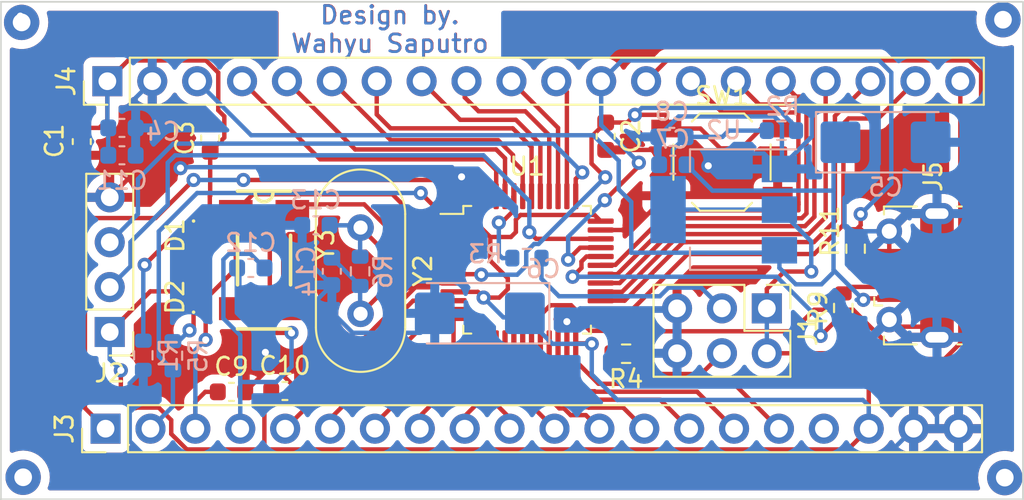
<source format=kicad_pcb>
(kicad_pcb (version 20211014) (generator pcbnew)
  (layers (0 "F.Cu" signal) (31 "B.Cu" signal) (34 "B.Paste" user) (35 "F.Paste" user) (36 "B.SilkS" user "B.Silkscreen") (37 "F.SilkS" user "F.Silkscreen") (38 "B.Mask" user) (39 "F.Mask" user) (44 "Edge.Cuts" user))
  (net 0 "")
  (net 1 "GND")
  (net 2 "/RESET")
  (net 3 "/VCC3V3")
  (net 4 "/5V")
  (net 5 "PC14")
  (net 6 "PC15")
  (net 7 "/OSCIN")
  (net 8 "/OSCOUT")
  (net 9 "Net-(D1-Pad1)")
  (net 10 "Net-(D2-Pad1)")
  (net 11 "Net-(J1-Pad3)")
  (net 12 "Net-(J1-Pad4)")
  (net 13 "/VBAT")
  (net 14 "/PC13")
  (net 15 "/PA0")
  (net 16 "/PA1")
  (net 17 "/PA2")
  (net 18 "/PA3")
  (net 19 "/PA4")
  (net 20 "/PA5")
  (net 21 "/PA6")
  (net 22 "/PA7")
  (net 23 "/PB0")
  (net 24 "/PB1")
  (net 25 "/PB10")
  (net 26 "/PB11")
  (net 27 "/NRST")
  (net 28 "/PB9")
  (net 29 "/PB8")
  (net 30 "/PB7")
  (net 31 "/PB6")
  (net 32 "/PB5")
  (net 33 "/PB4")
  (net 34 "/PB3")
  (net 35 "/PA15")
  (net 36 "/PA12")
  (net 37 "/PA11")
  (net 38 "/PA10")
  (net 39 "/PA9")
  (net 40 "/PA8")
  (net 41 "/PB15")
  (net 42 "/PB14")
  (net 43 "/PB13")
  (net 44 "/PB12")
  (net 45 "Net-(J5-Pad2)")
  (net 46 "Net-(J5-Pad3)")
  (net 47 "/BOOT0")
  (net 48 "/PB2{slash}BOOT1")
  (net 49 "/SWIO")
  (net 50 "/SWCLK")
  (footprint "Crystal:Crystal_HC49-4H_Vertical" (layer "F.Cu") (at 172.4406 99.2124 -90)
    (fp_text reference "Y2")
    (fp_text value "8MHz")
  )
  (footprint "Package_QFP:LQFP-48_7x7mm_P0.5mm" (layer "F.Cu") (at 181.864 101.6)
    (fp_text reference "U1")
    (fp_text value "STM32F103C8Tx")
  )
  (footprint "Capacitor_SMD:C_0603_1608Metric" (layer "F.Cu") (at 156.6672 94.3486 -90)
    (fp_text reference "C1")
    (fp_text value "104,0603")
  )
  (footprint "Capacitor_SMD:C_0603_1608Metric" (layer "F.Cu") (at 168.1604 108.458)
    (fp_text reference "C10")
    (fp_text value "104,0603")
  )
  (footprint "Connector_PinHeader_2.54mm:PinHeader_1x20_P2.54mm_Vertical" (layer "F.Cu") (at 158.115 90.932 90)
    (fp_text reference "J4")
    (fp_text value "Header 20")
  )
  (footprint "Capacitor_SMD:C_0603_1608Metric" (layer "F.Cu") (at 165.1378 108.5088)
    (fp_text reference "C9")
    (fp_text value "20p,0603")
  )
  (footprint "Capacitor_SMD:C_0603_1608Metric" (layer "F.Cu") (at 186.309 94.0438 -90)
    (fp_text reference "C2")
    (fp_text value "105,0603")
  )
  (footprint "Connector_PinHeader_2.54mm:PinHeader_1x20_P2.54mm_Vertical" (layer "F.Cu") (at 158.0134 110.5916 90)
    (fp_text reference "J3")
    (fp_text value "Header 20")
  )
  (footprint "Resistor_SMD:R_0603_1608Metric" (layer "F.Cu") (at 199.7527 103.7618 90)
    (fp_text reference "R9")
    (fp_text value "200R,0603")
  )
  (footprint "Resistor_SMD:R_0603_1608Metric" (layer "F.Cu") (at 187.4652 106.3498 180)
    (fp_text reference "R4")
    (fp_text value "100k,0603")
  )
  (footprint "Capacitor_SMD:C_0603_1608Metric" (layer "F.Cu") (at 163.9316 94.1454 90)
    (fp_text reference "C3")
    (fp_text value "104,0603")
  )
  (footprint "Connector_PinHeader_2.54mm:PinHeader_2x03_P2.54mm_Vertical" (layer "F.Cu") (at 195.4276 103.7844 -90)
    (fp_text reference "J1")
    (fp_text value "Header 3x2")
  )
  (footprint "Resistor_SMD:R_0603_1608Metric" (layer "F.Cu") (at 200.45 100.41 -90)
    (fp_text reference "R11")
    (fp_text value "200R,0603")
  )
  (footprint "Connector_PinHeader_2.54mm:PinHeader_1x04_P2.54mm_Vertical" (layer "F.Cu") (at 158.2482 105.1206 180)
    (fp_text reference "J2")
    (fp_text value "SWD")
  )
  (footprint "MC-306:MC-306" (layer "F.Cu") (at 166.98 101.05 -90)
    (fp_text reference "Y3")
    (fp_text value "32.768K")
  )
  (footprint "Connector_USB:USB_Micro-B_Molex-105017-0001" (layer "F.Cu") (at 203.8167 101.9208 90)
    (fp_text reference "J5")
    (fp_text value "USB_B_Micro")
  )
  (footprint "LED_SMD:LED_0201_0603Metric" (layer "F.Cu") (at 162.9918 99.7024 -90)
    (fp_text reference "D1")
    (fp_text value "LED")
  )
  (footprint "LED_SMD:LED_0201_0603Metric" (layer "F.Cu") (at 162.9918 103.142 90)
    (fp_text reference "D2")
    (fp_text value "LED")
  )
  (footprint "Button_Switch_SMD:SW_SPST_TL3342" (layer "F.Cu") (at 192.89 95.51)
    (fp_text reference "SW1")
    (fp_text value "SW_Push")
  )
  (footprint "Capacitor_SMD:C_0603_1608Metric" (layer "B.Cu") (at 158.9402 93.5736)
    (fp_text reference "C4")
    (fp_text value "104,0603")
  )
  (footprint "Capacitor_SMD:C_0603_1608Metric" (layer "B.Cu") (at 190.106 95.6564 180)
    (fp_text reference "C7")
    (fp_text value "100nF,0603")
  )
  (footprint "Resistor_SMD:R_0603_1608Metric" (layer "B.Cu") (at 160.147 106.4382 90)
    (fp_text reference "R1")
    (fp_text value "510R,0603")
  )
  (footprint "Capacitor_SMD:C_0603_1608Metric" (layer "B.Cu") (at 166.23 101.4984 180)
    (fp_text reference "C12")
    (fp_text value "20p,0603")
  )
  (footprint "Resistor_SMD:R_0603_1608Metric" (layer "B.Cu") (at 196.2536 93.726)
    (fp_text reference "R2")
    (fp_text value "10k,0603")
  )
  (footprint "Resistor_SMD:R_0603_1608Metric" (layer "B.Cu") (at 161.8234 106.4636 90)
    (fp_text reference "R5")
    (fp_text value "510R,0603")
  )
  (footprint "Capacitor_Tantalum_SMD:CP_EIA-6032-15_Kemet-U_Pad2.25x2.35mm_HandSolder" (layer "B.Cu") (at 202.1432 94.3864)
    (fp_text reference "C5")
    (fp_text value "100uF")
  )
  (footprint "Capacitor_SMD:C_0603_1608Metric" (layer "B.Cu") (at 169.913 99.0854 180)
    (fp_text reference "C13")
    (fp_text value "20p,0603")
  )
  (footprint "Resistor_SMD:R_0603_1608Metric" (layer "B.Cu") (at 172.4152 101.6884 -90)
    (fp_text reference "R6")
    (fp_text value "1M")
  )
  (footprint "Capacitor_SMD:C_0603_1608Metric" (layer "B.Cu") (at 170.815 101.6892 -90)
    (fp_text reference "C14")
    (fp_text value "20p,0603")
  )
  (footprint "Capacitor_SMD:C_0603_1608Metric" (layer "B.Cu") (at 158.9402 95.123)
    (fp_text reference "C11")
    (fp_text value "104,0603")
  )
  (footprint "Capacitor_Tantalum_SMD:CP_EIA-6032-15_Kemet-U_Pad2.25x2.35mm_HandSolder" (layer "B.Cu") (at 179.187 104.0638 180)
    (fp_text reference "C6")
    (fp_text value "330uF")
  )
  (footprint "Package_TO_SOT_SMD:SOT-223-3_TabPin2" (layer "B.Cu") (at 192.9892 98.1964 180)
    (fp_text reference "U2")
    (fp_text value "AMS1117-3.3")
  )
  (footprint "Resistor_SMD:R_0603_1608Metric" (layer "B.Cu") (at 181.8518 100.9396 180)
    (fp_text reference "R3")
    (fp_text value "100k,0603")
  )
  (footprint "Capacitor_SMD:C_0603_1608Metric" (layer "B.Cu") (at 190.0552 94.0816 180)
    (fp_text reference "C8")
    (fp_text value "100nF,0603")
  )
  (gr_poly (pts (xy 209.92 114.59) (xy 152.09 114.59) (xy 152.09 86.44) (xy 209.92 86.44)) (layer "Edge.Cuts") (width 0.1) (fill none))
  (gr_text "Design by.\nWahyu Saputro\n" (at 174.11 87.99) (layer "F.Cu") (effects (font (size 1 1))))
  (gr_text "Design by.\nWahyu Saputro\n" (at 174.09 88) (layer "B.Cu") (effects (font (size 1 1))))
  (via (at 153.1874 87.249) (size 0.8) (drill 0.4) (layers "F.Cu" "B.Cu") (net 0))
  (via (at 153.2636 87.6046) (size 2) (drill 1) (layers "F.Cu" "B.Cu") (net 0))
  (via (at 153.35 113.34) (size 2) (drill 1) (layers "F.Cu" "B.Cu") (net 0))
  (via (at 208.788 87.4522) (size 2) (drill 1) (layers "F.Cu" "B.Cu") (net 0))
  (via (at 208.8896 113.3602) (size 2) (drill 1) (layers "F.Cu" "B.Cu") (net 0))
  (segment (start 203.3542 98.4208) (end 202.3542 99.4208) (width 0.25) (layer "F.Cu") (net 1))
  (segment (start 175.779296 102.35) (end 171.855696 106.2736) (width 0.25) (layer "F.Cu") (net 1))
  (segment (start 205.0542 104.8208) (end 202.7542 104.8208) (width 0.25) (layer "F.Cu") (net 1))
  (segment (start 162.687 93.3704) (end 162.687 95.412943) (width 0.25) (layer "F.Cu") (net 1))
  (segment (start 158.2482 97.5006) (end 160.655 95.0938) (width 0.25) (layer "F.Cu") (net 1))
  (segment (start 163.9316 93.3704) (end 162.687 93.3704) (width 0.25) (layer "F.Cu") (net 1))
  (segment (start 186.0265 99.35) (end 187.8 99.35) (width 0.25) (layer "F.Cu") (net 1))
  (segment (start 202.7542 104.8208) (end 202.3542 104.4208) (width 0.25) (layer "F.Cu") (net 1))
  (segment (start 186.309 94.8188) (end 191.212 94.8188) (width 0.25) (layer "F.Cu") (net 1))
  (segment (start 202.3542 101.2708) (end 202.3542 100.6208) (width 0.25) (layer "F.Cu") (net 1))
  (segment (start 167.034289 106.295111) (end 167.0558 106.2736) (width 0.25) (layer "F.Cu") (net 1))
  (segment (start 162.687 95.412943) (end 162.251704 95.848239) (width 0.25) (layer "F.Cu") (net 1))
  (segment (start 167.0558 106.2736) (end 167.0558 107.3658) (width 0.25) (layer "F.Cu") (net 1))
  (segment (start 160.7312 93.3704) (end 160.655 93.4466) (width 0.25) (layer "F.Cu") (net 1))
  (segment (start 156.6672 95.1236) (end 158.0394 95.1236) (width 0.25) (layer "F.Cu") (net 1))
  (segment (start 202.3542 99.4208) (end 201.8247 99.4208) (width 0.25) (layer "F.Cu") (net 1))
  (segment (start 179.614 96.634994) (end 179.321206 96.3422) (width 0.25) (layer "F.Cu") (net 1))
  (segment (start 187.8 99.35) (end 189.74 97.41) (width 0.25) (layer "F.Cu") (net 1))
  (segment (start 168.9354 108.458) (end 167.8432 107.3658) (width 0.25) (layer "F.Cu") (net 1))
  (segment (start 205.0542 98.4208) (end 203.3542 98.4208) (width 0.25) (layer "F.Cu") (net 1))
  (segment (start 201.8247 99.4208) (end 201.7847 99.3808) (width 0.25) (layer "F.Cu") (net 1))
  (segment (start 158.2674 95.3516) (end 158.2482 95.3708) (width 0.25) (layer "F.Cu") (net 1))
  (segment (start 192.113 95.7198) (end 192.113 97.277) (width 0.25) (layer "F.Cu") (net 1))
  (segment (start 177.7015 102.35) (end 175.779296 102.35) (width 0.25) (layer "F.Cu") (net 1))
  (segment (start 167.8432 107.3658) (end 167.0558 107.3658) (width 0.25) (layer "F.Cu") (net 1))
  (segment (start 184.114 105.7625) (end 184.114 104.5358) (width 0.25) (layer "F.Cu") (net 1))
  (segment (start 160.655 93.4466) (end 160.655 90.932) (width 0.25) (layer "F.Cu") (net 1))
  (segment (start 162.687 93.3704) (end 160.7312 93.3704) (width 0.25) (layer "F.Cu") (net 1))
  (segment (start 167.0558 107.3658) (end 165.9128 108.5088) (width 0.25) (layer "F.Cu") (net 1))
  (segment (start 205.0542 98.4208) (end 205.0542 105.4208) (width 0.25) (layer "F.Cu") (net 1))
  (segment (start 179.321206 96.3422) (end 178.1556 96.3422) (width 0.25) (layer "F.Cu") (net 1))
  (segment (start 179.614 97.4375) (end 179.614 96.634994) (width 0.25) (layer "F.Cu") (net 1))
  (segment (start 171.855696 106.2736) (end 167.0558 106.2736) (width 0.25) (layer "F.Cu") (net 1))
  (segment (start 192.113 97.277) (end 192.11 97.28) (width 0.25) (layer "F.Cu") (net 1))
  (segment (start 189.74 97.41) (end 196.04 97.41) (width 0.25) (layer "F.Cu") (net 1))
  (segment (start 202.3542 99.4208) (end 202.3542 100.6208) (width 0.25) (layer "F.Cu") (net 1))
  (segment (start 191.212 94.8188) (end 192.113 95.7198) (width 0.25) (layer "F.Cu") (net 1))
  (segment (start 160.655 95.0938) (end 160.655 93.4466) (width 0.25) (layer "F.Cu") (net 1))
  (segment (start 158.0394 95.1236) (end 158.2674 95.3516) (width 0.25) (layer "F.Cu") (net 1))
  (segment (start 158.2482 95.3708) (end 158.2482 97.5006) (width 0.25) (layer "F.Cu") (net 1))
  (via (at 178.1556 96.3422) (size 0.8) (drill 0.4) (layers "F.Cu" "B.Cu") (net 1))
  (via (at 184.114 104.5358) (size 0.8) (drill 0.4) (layers "F.Cu" "B.Cu") (net 1))
  (via (at 192.113 95.7198) (size 0.8) (drill 0.4) (layers "F.Cu" "B.Cu") (net 1))
  (via (at 162.251704 95.848239) (size 0.8) (drill 0.4) (layers "F.Cu" "B.Cu") (net 1))
  (via (at 167.0558 106.2736) (size 0.8) (drill 0.4) (layers "F.Cu" "B.Cu") (net 1))
  (segment (start 159.7152 91.8718) (end 160.655 90.932) (width 0.25) (layer "B.Cu") (net 1))
  (segment (start 203.7334 110.5916) (end 205.0796 110.5916) (width 0.25) (layer "B.Cu") (net 1))
  (segment (start 205.0542 95.1384) (end 205.0542 98.4208) (width 0.25) (layer "B.Cu") (net 1))
  (segment (start 175.823289 105.166911) (end 171.994311 105.166911) (width 0.25) (layer "B.Cu") (net 1))
  (segment (start 195.845863 92.92648) (end 196.28 93.360617) (width 0.25) (layer "B.Cu") (net 1))
  (segment (start 165.455 102.717) (end 166.497 103.759) (width 0.25) (layer "B.Cu") (net 1))
  (segment (start 162.304444 95.795499) (end 162.251704 95.848239) (width 0.25) (layer "B.Cu") (net 1))
  (segment (start 160.147 107.2632) (end 159.396099 108.014101) (width 0.25) (layer "B.Cu") (net 1))
  (segment (start 189.2802 95.6056) (end 189.331 95.6564) (width 0.25) (layer "B.Cu") (net 1))
  (segment (start 177.608899 95.795499) (end 162.304444 95.795499) (width 0.25) (layer "B.Cu") (net 1))
  (segment (start 156.2354 97.9932) (end 156.2354 107.7722) (width 0.25) (layer "B.Cu") (net 1))
  (segment (start 160.5534 112.4712) (end 159.378889 111.296689) (width 0.25) (layer "B.Cu") (net 1))
  (segment (start 184.114 104.5358) (end 184.8654 103.7844) (width 0.25) (layer "B.Cu") (net 1))
  (segment (start 196.28 95.7556) (end 196.1392 95.8964) (width 0.25) (layer "B.Cu") (net 1))
  (segment (start 159.378889 108.031311) (end 159.396099 108.014101) (width 0.25) (layer "B.Cu") (net 1))
  (segment (start 201.7522 95.6056) (end 199.8218 97.536) (width 0.25) (layer "B.Cu") (net 1))
  (segment (start 201.8538 112.4712) (end 160.5534 112.4712) (width 0.25) (layer "B.Cu") (net 1))
  (segment (start 189.2802 94.0816) (end 189.2802 95.6056) (width 0.25) (layer "B.Cu") (net 1))
  (segment (start 171.994311 105.166911) (end 170.815 103.9876) (width 0.25) (layer "B.Cu") (net 1))
  (segment (start 178.1556 96.3422) (end 177.608899 95.795499) (width 0.25) (layer "B.Cu") (net 1))
  (segment (start 195.2642 95.0214) (end 196.1392 95.8964) (width 0.25) (layer "B.Cu") (net 1))
  (segment (start 156.8196 108.3564) (end 159.2834 108.3564) (width 0.25) (layer "B.Cu") (net 1))
  (segment (start 167.4368 103.378) (end 167.0558 103.759) (width 0.25) (layer "B.Cu") (net 1))
  (segment (start 159.378889 111.296689) (end 159.378889 108.260911) (width 0.25) (layer "B.Cu") (net 1))
  (segment (start 159.2834 108.3564) (end 159.378889 108.260911) (width 0.25) (layer "B.Cu") (net 1))
  (segment (start 192.113 95.7198) (end 192.8114 95.0214) (width 0.25) (layer "B.Cu") (net 1))
  (segment (start 199.8218 99.1616) (end 200.081 99.4208) (width 0.25) (layer "B.Cu") (net 1))
  (segment (start 190.43532 92.92648) (end 195.845863 92.92648) (width 0.25) (layer "B.Cu") (net 1))
  (segment (start 203.7334 109.2962) (end 203.7334 110.5916) (width 0.25) (layer "B.Cu") (net 1))
  (segment (start 202.6158 108.1786) (end 203.7334 109.2962) (width 0.25) (layer "B.Cu") (net 1))
  (segment (start 197.9676 94.068) (end 197.9676 92.837) (width 0.25) (layer "B.Cu") (net 1))
  (segment (start 169.9012 103.378) (end 167.4368 103.378) (width 0.25) (layer "B.Cu") (net 1))
  (segment (start 189.2802 94.0816) (end 190.43532 92.92648) (width 0.25) (layer "B.Cu") (net 1))
  (segment (start 167.0558 103.759) (end 167.0558 106.2736) (width 0.25) (layer "B.Cu") (net 1))
  (segment (start 190.3476 106.3244) (end 190.3476 107.696) (width 0.25) (layer "B.Cu") (net 1))
  (segment (start 176.6978 104.2924) (end 175.823289 105.166911) (width 0.25) (layer "B.Cu") (net 1))
  (segment (start 190.3476 107.696) (end 190.8302 108.1786) (width 0.25) (layer "B.Cu") (net 1))
  (segment (start 201.3204 92.4052) (end 201.7522 92.837) (width 0.25) (layer "B.Cu") (net 1))
  (segment (start 198.3994 92.4052) (end 201.3204 92.4052) (width 0.25) (layer "B.Cu") (net 1))
  (segment (start 159.378889 108.260911) (end 159.378889 108.031311) (width 0.25) (layer "B.Cu") (net 1))
  (segment (start 178.1556 96.3422) (end 176.637 97.8608) (width 0.25) (layer "B.Cu") (net 1))
  (segment (start 190.8302 108.1786) (end 202.6158 108.1786) (width 0.25) (layer "B.Cu") (net 1))
  (segment (start 204.3022 94.3864) (end 205.0542 95.1384) (width 0.25) (layer "B.Cu") (net 1))
  (segment (start 196.28 93.360617) (end 196.28 95.7556) (width 0.25) (layer "B.Cu") (net 1))
  (segment (start 156.728 97.5006) (end 156.2354 97.9932) (width 0.25) (layer "B.Cu") (net 1))
  (segment (start 199.8218 97.536) (end 199.8218 99.1616) (width 0.25) (layer "B.Cu") (net 1))
  (segment (start 158.2482 97.5006) (end 156.728 97.5006) (width 0.25) (layer "B.Cu") (net 1))
  (segment (start 169.138 100.7872) (end 170.815 102.4642) (width 0.25) (layer "B.Cu") (net 1))
  (segment (start 201.7522 92.837) (end 201.7522 95.6056) (width 0.25) (layer "B.Cu") (net 1))
  (segment (start 159.7152 93.5736) (end 159.7152 91.8718) (width 0.25) (layer "B.Cu") (net 1))
  (segment (start 205.0796 110.5916) (end 206.2734 110.5916) (width 0.25) (layer "B.Cu") (net 1))
  (segment (start 170.815 102.4642) (end 169.9012 103.378) (width 0.25) (layer "B.Cu") (net 1))
  (segment (start 190.3476 106.3244) (end 190.3476 103.7844) (width 0.25) (layer "B.Cu") (net 1))
  (segment (start 159.7152 93.5736) (end 159.7152 95.123) (width 0.25) (layer "B.Cu") (net 1))
  (segment (start 205.0542 110.5662) (end 205.0796 110.5916) (width 0.25) (layer "B.Cu") (net 1))
  (segment (start 196.1392 95.8964) (end 197.9676 94.068) (width 0.25) (layer "B.Cu") (net 1))
  (segment (start 205.0542 105.4208) (end 205.0542 110.5662) (width 0.25) (layer "B.Cu") (net 1))
  (segment (start 203.7334 110.5916) (end 201.8538 112.4712) (width 0.25) (layer "B.Cu") (net 1))
  (segment (start 170.815 103.9876) (end 170.815 102.4642) (width 0.25) (layer "B.Cu") (net 1))
  (segment (start 200.081 99.4208) (end 202.3542 99.4208) (width 0.25) (layer "B.Cu") (net 1))
  (segment (start 184.8654 103.7844) (end 190.3476 103.7844) (width 0.25) (layer "B.Cu") (net 1))
  (segment (start 169.138 99.0854) (end 169.138 100.7872) (width 0.25) (layer "B.Cu") (net 1))
  (segment (start 165.455 101.4984) (end 165.455 102.717) (width 0.25) (layer "B.Cu") (net 1))
  (segment (start 192.8114 95.0214) (end 195.2642 95.0214) (width 0.25) (layer "B.Cu") (net 1))
  (segment (start 176.637 97.8608) (end 176.637 104.0638) (width 0.25) (layer "B.Cu") (net 1))
  (segment (start 197.9676 92.837) (end 198.3994 92.4052) (width 0.25) (layer "B.Cu") (net 1))
  (segment (start 156.2354 107.7722) (end 156.8196 108.3564) (width 0.25) (layer "B.Cu") (net 1))
  (segment (start 166.497 103.759) (end 167.0558 103.759) (width 0.25) (layer "B.Cu") (net 1))
  (segment (start 179.2438 101.85) (end 179.2732 101.8794) (width 0.25) (layer "F.Cu") (net 2))
  (segment (start 177.7015 101.85) (end 179.2438 101.85) (width 0.25) (layer "F.Cu") (net 2))
  (segment (start 189.76 93.59) (end 189.76 92.92) (width 0.25) (layer "F.Cu") (net 2))
  (segment (start 185.50948 94.06832) (end 186.309 93.2688) (width 0.25) (layer "F.Cu") (net 2))
  (segment (start 189.672569 92.832569) (end 189.76 92.92) (width 0.25) (layer "F.Cu") (net 2))
  (segment (start 195.11 93.61) (end 196.04 93.61) (width 0.25) (layer "F.Cu") (net 2))
  (segment (start 186.2836 96.3676) (end 185.50948 95.59348) (width 0.25) (layer "F.Cu") (net 2))
  (segment (start 187.5282 93.2688) (end 187.964431 92.832569) (width 0.25) (layer "F.Cu") (net 2))
  (segment (start 192.79 94.73) (end 193.99 94.73) (width 0.25) (layer "F.Cu") (net 2))
  (segment (start 187.964431 92.832569) (end 189.672569 92.832569) (width 0.25) (layer "F.Cu") (net 2))
  (segment (start 189.74 93.61) (end 189.76 93.59) (width 0.25) (layer "F.Cu") (net 2))
  (segment (start 186.2836 96.3676) (end 186.2836 96.4438) (width 0.25) (layer "F.Cu") (net 2))
  (segment (start 186.309 93.2688) (end 187.5282 93.2688) (width 0.25) (layer "F.Cu") (net 2))
  (segment (start 186.309 93.2688) (end 186.5624 93.5222) (width 0.25) (layer "F.Cu") (net 2))
  (segment (start 185.50948 95.59348) (end 185.50948 94.06832) (width 0.25) (layer "F.Cu") (net 2))
  (segment (start 191.67 93.61) (end 192.79 94.73) (width 0.25) (layer "F.Cu") (net 2))
  (segment (start 189.74 93.61) (end 191.67 93.61) (width 0.25) (layer "F.Cu") (net 2))
  (segment (start 193.99 94.73) (end 195.11 93.61) (width 0.25) (layer "F.Cu") (net 2))
  (via (at 186.2836 96.3676) (size 0.8) (drill 0.4) (layers "F.Cu" "B.Cu") (net 2))
  (via (at 179.2732 101.8794) (size 0.8) (drill 0.4) (layers "F.Cu" "B.Cu") (net 2))
  (via (at 187.964431 92.832569) (size 0.8) (drill 0.4) (layers "F.Cu" "B.Cu") (net 2))
  (segment (start 182.51112 100.14008) (end 182.259537 100.14008) (width 0.25) (layer "B.Cu") (net 2))
  (segment (start 187.964431 92.832569) (end 187.8076 92.9894) (width 0.25) (layer "B.Cu") (net 2))
  (segment (start 181.3052 101.8794) (end 179.2732 101.8794) (width 0.25) (layer "B.Cu") (net 2))
  (segment (start 197.0786 93.523513) (end 195.995577 92.44049) (width 0.25) (layer "B.Cu") (net 2))
  (segment (start 181.8132 100.586417) (end 181.8132 101.3714) (width 0.25) (layer "B.Cu") (net 2))
  (segment (start 197.0786 93.726) (end 197.0786 93.523513) (width 0.25) (layer "B.Cu") (net 2))
  (segment (start 195.995577 92.44049) (end 188.35651 92.44049) (width 0.25) (layer "B.Cu") (net 2))
  (segment (start 186.2836 96.3676) (end 182.51112 100.14008) (width 0.25) (layer "B.Cu") (net 2))
  (segment (start 188.35651 92.44049) (end 187.964431 92.832569) (width 0.25) (layer "B.Cu") (net 2))
  (segment (start 182.259537 100.14008) (end 181.8132 100.586417) (width 0.25) (layer "B.Cu") (net 2))
  (segment (start 181.8132 101.3714) (end 181.3052 101.8794) (width 0.25) (layer "B.Cu") (net 2))
  (segment (start 185.4931 105.7625) (end 185.5216 105.791) (width 0.25) (layer "F.Cu") (net 3))
  (segment (start 179.7812 99.7458) (end 179.7812 101.092) (width 0.25) (layer "F.Cu") (net 3))
  (segment (start 181.49019 98.49952) (end 185.67602 98.49952) (width 0.25) (layer "F.Cu") (net 3))
  (segment (start 163.910689 97.438511) (end 163.910689 99.293872) (width 0.25) (layer "F.Cu") (net 3))
  (segment (start 166.998889 111.740711) (end 167.024289 111.766111) (width 0.25) (layer "F.Cu") (net 3))
  (segment (start 164.3888 92.575462) (end 164.3888 90.4494) (width 0.25) (layer "F.Cu") (net 3))
  (segment (start 161.727911 110.887121) (end 161.727911 110.105101) (width 0.25) (layer "F.Cu") (net 3))
  (segment (start 161.02061 109.3978) (end 159.7406 109.3978) (width 0.25) (layer "F.Cu") (net 3))
  (segment (start 180.7718 102.0826) (end 180.7718 102.6922) (width 0.25) (layer "F.Cu") (net 3))
  (segment (start 185.67602 98.49952) (end 186.0265 98.85) (width 0.25) (layer "F.Cu") (net 3))
  (segment (start 179.0754 102.85) (end 179.4002 103.1748) (width 0.25) (layer "F.Cu") (net 3))
  (segment (start 166.998889 109.657911) (end 166.998889 111.740711) (width 0.25) (layer "F.Cu") (net 3))
  (segment (start 196.412 101.7) (end 197.94 101.7) (width 0.25) (layer "F.Cu") (net 3))
  (segment (start 163.696889 89.757489) (end 159.289511 89.757489) (width 0.25) (layer "F.Cu") (net 3))
  (segment (start 159.289511 89.757489) (end 158.115 90.932) (width 0.25) (layer "F.Cu") (net 3))
  (segment (start 201.1934 110.5916) (end 200.018889 111.766111) (width 0.25) (layer "F.Cu") (net 3))
  (segment (start 195.4276 106.3244) (end 200.3298 106.3244) (width 0.25) (layer "F.Cu") (net 3))
  (segment (start 164.3888 90.4494) (end 163.696889 89.757489) (width 0.25) (layer "F.Cu") (net 3))
  (segment (start 180.2892 103.1748) (end 179.4002 103.1748) (width 0.25) (layer "F.Cu") (net 3))
  (segment (start 167.024289 111.766111) (end 162.606901 111.766111) (width 0.25) (layer "F.Cu") (net 3))
  (segment (start 158.115 90.932) (end 158.115 93.1164) (width 0.25) (layer "F.Cu") (net 3))
  (segment (start 179.114 97.4375) (end 179.114 99.0786) (width 0.25) (layer "F.Cu") (net 3))
  (segment (start 195.4276 103.7844) (end 195.4276 102.6844) (width 0.25) (layer "F.Cu") (net 3))
  (segment (start 201.1934 107.188) (end 201.1934 110.5916) (width 0.25) (layer "F.Cu") (net 3))
  (segment (start 160.5468 102.822) (end 162.9918 102.822) (width 0.25) (layer "F.Cu") (net 3))
  (segment (start 195.4276 102.6844) (end 196.412 101.7) (width 0.25) (layer "F.Cu") (net 3))
  (segment (start 177.7015 102.85) (end 179.0754 102.85) (width 0.25) (layer "F.Cu") (net 3))
  (segment (start 158.2482 105.1206) (end 160.5468 102.822) (width 0.25) (layer "F.Cu") (net 3))
  (segment (start 159.7406 109.3978) (end 159.7152 109.4232) (width 0.25) (layer "F.Cu") (net 3))
  (segment (start 158.115 93.1164) (end 157.6578 93.5736) (width 0.25) (layer "F.Cu") (net 3))
  (segment (start 164.73112 92.917782) (end 164.3888 92.575462) (width 0.25) (layer "F.Cu") (net 3))
  (segment (start 167.3854 109.2714) (end 166.998889 109.657911) (width 0.25) (layer "F.Cu") (net 3))
  (segment (start 180.9496 99.7458) (end 181.229 99.4664) (width 0.25) (layer "F.Cu") (net 3))
  (segment (start 163.182161 100.0224) (end 162.9918 100.0224) (width 0.25) (layer "F.Cu") (net 3))
  (segment (start 163.9316 97.4176) (end 163.910689 97.438511) (width 0.25) (layer "F.Cu") (net 3))
  (segment (start 200.018889 111.766111) (end 167.024289 111.766111) (width 0.25) (layer "F.Cu") (net 3))
  (segment (start 179.7812 101.092) (end 180.7718 102.0826) (width 0.25) (layer "F.Cu") (net 3))
  (segment (start 161.727911 110.105101) (end 161.02061 109.3978) (width 0.25) (layer "F.Cu") (net 3))
  (segment (start 181.229 98.76071) (end 181.49019 98.49952) (width 0.25) (layer "F.Cu") (net 3))
  (segment (start 179.7812 99.7458) (end 180.9496 99.7458) (width 0.25) (layer "F.Cu") (net 3))
  (segment (start 200.3298 106.3244) (end 201.1934 107.188) (width 0.25) (layer "F.Cu") (net 3))
  (segment (start 162.9918 100.0224) (end 162.9918 102.822) (width 0.25) (layer "F.Cu") (net 3))
  (segment (start 159.7152 109.4232) (end 158.877 108.585) (width 0.25) (layer "F.Cu") (net 3))
  (segment (start 181.229 99.4664) (end 181.229 98.76071) (width 0.25) (layer "F.Cu") (net 3))
  (segment (start 157.6578 93.5736) (end 156.6672 93.5736) (width 0.25) (layer "F.Cu") (net 3))
  (segment (start 179.114 99.0786) (end 179.7812 99.7458) (width 0.25) (layer "F.Cu") (net 3))
  (segment (start 163.910689 99.293872) (end 163.182161 100.0224) (width 0.25) (layer "F.Cu") (net 3))
  (segment (start 162.606901 111.766111) (end 161.727911 110.887121) (width 0.25) (layer "F.Cu") (net 3))
  (segment (start 167.3854 108.458) (end 167.3854 109.2714) (width 0.25) (layer "F.Cu") (net 3))
  (segment (start 158.877 108.585) (end 158.877 107.2896) (width 0.25) (layer "F.Cu") (net 3))
  (segment (start 184.614 105.7625) (end 185.4931 105.7625) (width 0.25) (layer "F.Cu") (net 3))
  (segment (start 163.9316 94.9204) (end 163.9316 97.4176) (width 0.25) (layer "F.Cu") (net 3))
  (segment (start 163.9316 94.9204) (end 164.73112 94.12088) (width 0.25) (layer "F.Cu") (net 3))
  (segment (start 180.7718 102.6922) (end 180.2892 103.1748) (width 0.25) (layer "F.Cu") (net 3))
  (segment (start 164.73112 94.12088) (end 164.73112 92.917782) (width 0.25) (layer "F.Cu") (net 3))
  (via (at 185.5216 105.791) (size 0.8) (drill 0.4) (layers "F.Cu" "B.Cu") (net 3))
  (via (at 179.4002 103.1748) (size 0.8) (drill 0.4) (layers "F.Cu" "B.Cu") (net 3))
  (via (at 197.94 101.7) (size 0.8) (drill 0.4) (layers "F.Cu" "B.Cu") (net 3))
  (via (at 158.877 107.2896) (size 0.8) (drill 0.4) (layers "F.Cu" "B.Cu") (net 3))
  (segment (start 197.94 99.9972) (end 197.94 101.7) (width 0.25) (layer "B.Cu") (net 3))
  (segment (start 195.4276 103.7844) (end 195.4276 106.3244) (width 0.25) (layer "B.Cu") (net 3))
  (segment (start 189.8392 98.1964) (end 196.1392 98.1964) (width 0.25) (layer "B.Cu") (net 3))
  (segment (start 196.1392 98.1964) (end 197.94 99.9972) (width 0.25) (layer "B.Cu") (net 3))
  (segment (start 185.5216 105.791) (end 185.5216 107.5182) (width 0.25) (layer "B.Cu") (net 3))
  (segment (start 158.115 93.5234) (end 158.115 90.932) (width 0.25) (layer "B.Cu") (net 3))
  (segment (start 192.913 94.0816) (end 193.2686 93.726) (width 0.25) (layer "B.Cu") (net 3))
  (segment (start 185.5216 105.791) (end 183.2964 105.791) (width 0.25) (layer "B.Cu") (net 3))
  (segment (start 183.2964 105.791) (end 181.7978 104.2924) (width 0.25) (layer "B.Cu") (net 3))
  (segment (start 180.5178 104.2924) (end 179.4002 103.1748) (width 0.25) (layer "B.Cu") (net 3))
  (segment (start 190.8302 94.0816) (end 190.10552 94.80628) (width 0.25) (layer "B.Cu") (net 3))
  (segment (start 158.1652 93.5736) (end 158.1652 95.123) (width 0.25) (layer "B.Cu") (net 3))
  (segment (start 201.1934 109.2962) (end 201.1934 110.5916) (width 0.25) (layer "B.Cu") (net 3))
  (segment (start 158.1652 93.5736) (end 158.115 93.5234) (width 0.25) (layer "B.Cu") (net 3))
  (segment (start 181.7978 104.2924) (end 180.5178 104.2924) (width 0.25) (layer "B.Cu") (net 3))
  (segment (start 158.2482 105.1206) (end 158.2482 106.6608) (width 0.25) (layer "B.Cu") (net 3))
  (segment (start 190.10552 94.80628) (end 190.10552 97.93008) (width 0.25) (layer "B.Cu") (net 3))
  (segment (start 190.10552 97.93008) (end 189.8392 98.1964) (width 0.25) (layer "B.Cu") (net 3))
  (segment (start 200.8632 108.966) (end 201.1934 109.2962) (width 0.25) (layer "B.Cu") (net 3))
  (segment (start 158.2482 106.6608) (end 158.877 107.2896) (width 0.25) (layer "B.Cu") (net 3))
  (segment (start 186.9694 108.966) (end 200.8632 108.966) (width 0.25) (layer "B.Cu") (net 3))
  (segment (start 190.8302 94.0816) (end 192.913 94.0816) (width 0.25) (layer "B.Cu") (net 3))
  (segment (start 185.5216 107.5182) (end 186.9694 108.966) (width 0.25) (layer "B.Cu") (net 3))
  (segment (start 193.2686 93.726) (end 195.4286 93.726) (width 0.25) (layer "B.Cu") (net 3))
  (segment (start 202.3542 103.2208) (end 200.9696 103.2208) (width 0.25) (layer "F.Cu") (net 4))
  (segment (start 200.9696 103.2208) (end 200.8886 103.3018) (width 0.25) (layer "F.Cu") (net 4))
  (via (at 200.8886 103.3018) (size 0.8) (drill 0.4) (layers "F.Cu" "B.Cu") (net 4))
  (segment (start 199.2022 97.0888) (end 199.2022 100.495) (width 0.25) (layer "B.Cu") (net 4))
  (segment (start 198.514699 102.424501) (end 199.263 101.6762) (width 0.25) (layer "B.Cu") (net 4))
  (segment (start 192.346489 97.121889) (end 199.169111 97.121889) (width 0.25) (layer "B.Cu") (net 4))
  (segment (start 166.251394 93.988394) (end 185.60549 93.988394) (width 0.25) (layer "B.Cu") (net 4))
  (segment (start 196.099822 100.6348) (end 192.1002 100.6348) (width 0.25) (layer "B.Cu") (net 4))
  (segment (start 196.1392 101.4964) (end 197.067301 102.424501) (width 0.25) (layer "B.Cu") (net 4))
  (segment (start 197.067301 102.424501) (end 198.514699 102.424501) (width 0.25) (layer "B.Cu") (net 4))
  (segment (start 187.0456 97.0534) (end 187.7568 97.7646) (width 0.25) (layer "B.Cu") (net 4))
  (segment (start 185.60549 93.988394) (end 187.0456 95.428504) (width 0.25) (layer "B.Cu") (net 4))
  (segment (start 199.2008 100.4964) (end 199.2008 101.614) (width 0.25) (layer "B.Cu") (net 4))
  (segment (start 192.1002 100.6348) (end 187.7568 100.6348) (width 0.25) (layer "B.Cu") (net 4))
  (segment (start 187.0456 95.428504) (end 187.0456 97.0534) (width 0.25) (layer "B.Cu") (net 4))
  (segment (start 200.5076 103.3018) (end 200.8886 103.3018) (width 0.25) (layer "B.Cu") (net 4))
  (segment (start 196.1392 100.4964) (end 196.1392 101.4964) (width 0.25) (layer "B.Cu") (net 4))
  (segment (start 199.169111 97.121889) (end 199.2022 97.0888) (width 0.25) (layer "B.Cu") (net 4))
  (segment (start 190.881 95.6564) (end 192.346489 97.121889) (width 0.25) (layer "B.Cu") (net 4))
  (segment (start 163.195 90.932) (end 166.251394 93.988394) (width 0.25) (layer "B.Cu") (net 4))
  (segment (start 199.2022 94.3864) (end 199.2022 97.0888) (width 0.25) (layer "B.Cu") (net 4))
  (segment (start 199.2022 100.495) (end 199.2008 100.4964) (width 0.25) (layer "B.Cu") (net 4))
  (segment (start 196.0626 100.6348) (end 192.1002 100.6348) (width 0.25) (layer "B.Cu") (net 4))
  (segment (start 199.2008 101.614) (end 199.263 101.6762) (width 0.25) (layer "B.Cu") (net 4))
  (segment (start 199.263 101.6762) (end 200.8886 103.3018) (width 0.25) (layer "B.Cu") (net 4))
  (segment (start 200.9394 103.251) (end 200.8886 103.3018) (width 0.25) (layer "B.Cu") (net 4))
  (segment (start 187.7568 97.7646) (end 187.7568 100.6348) (width 0.25) (layer "B.Cu") (net 4))
  (segment (start 163.6776 103.253378) (end 163.6776 105.5624) (width 0.25) (layer "F.Cu") (net 5))
  (segment (start 163.0934 109.0676) (end 163.0934 110.5916) (width 0.25) (layer "F.Cu") (net 5))
  (segment (start 165.38 101.550978) (end 163.6776 103.253378) (width 0.25) (layer "F.Cu") (net 5))
  (segment (start 166.354511 97.325489) (end 165.38 98.3) (width 0.25) (layer "F.Cu") (net 5))
  (segment (start 164.3628 108.5088) (end 163.6522 108.5088) (width 0.25) (layer "F.Cu") (net 5))
  (segment (start 176.76329 99.85) (end 174.238779 97.325489) (width 0.25) (layer "F.Cu") (net 5))
  (segment (start 177.7015 99.85) (end 176.76329 99.85) (width 0.25) (layer "F.Cu") (net 5))
  (segment (start 165.38 98.3) (end 165.38 101.550978) (width 0.25) (layer "F.Cu") (net 5))
  (segment (start 163.6522 108.5088) (end 163.0934 109.0676) (width 0.25) (layer "F.Cu") (net 5))
  (segment (start 174.238779 97.325489) (end 166.354511 97.325489) (width 0.25) (layer "F.Cu") (net 5))
  (via (at 163.6776 105.5624) (size 0.8) (drill 0.4) (layers "F.Cu" "B.Cu") (net 5))
  (segment (start 163.6776 105.5624) (end 163.0934 106.1466) (width 0.25) (layer "B.Cu") (net 5))
  (segment (start 163.0934 106.1466) (end 163.0934 110.5916) (width 0.25) (layer "B.Cu") (net 5))
  (segment (start 167.305489 99.574511) (end 167.305489 104.774511) (width 0.25) (layer "F.Cu") (net 6))
  (segment (start 167.305489 104.774511) (end 167.703497 105.172519) (width 0.25) (layer "F.Cu") (net 6))
  (segment (start 168.54 97.9) (end 168.14 98.3) (width 0.25) (layer "F.Cu") (net 6))
  (segment (start 177.7015 100.35) (end 175.097789 100.35) (width 0.25) (layer "F.Cu") (net 6))
  (segment (start 172.647789 97.9) (end 168.54 97.9) (width 0.25) (layer "F.Cu") (net 6))
  (segment (start 167.703497 105.172519) (end 168.535556 105.172519) (width 0.25) (layer "F.Cu") (net 6))
  (segment (start 175.097789 100.35) (end 172.647789 97.9) (width 0.25) (layer "F.Cu") (net 6))
  (segment (start 168.58 98.3) (end 167.305489 99.574511) (width 0.25) (layer "F.Cu") (net 6))
  (via (at 168.535556 105.172519) (size 0.8) (drill 0.4) (layers "F.Cu" "B.Cu") (net 6))
  (segment (start 168.535556 107.079844) (end 167.6654 107.95) (width 0.25) (layer "B.Cu") (net 6))
  (segment (start 165.6334 107.95) (end 165.6334 110.5916) (width 0.25) (layer "B.Cu") (net 6))
  (segment (start 167.6654 107.95) (end 165.6334 107.95) (width 0.25) (layer "B.Cu") (net 6))
  (segment (start 164.68048 101.020782) (end 164.68048 104.35548) (width 0.25) (layer "B.Cu") (net 6))
  (segment (start 164.68048 104.35548) (end 165.6334 105.3084) (width 0.25) (layer "B.Cu") (net 6))
  (segment (start 166.20548 100.69888) (end 165.002382 100.69888) (width 0.25) (layer "B.Cu") (net 6))
  (segment (start 165.6334 105.3084) (end 165.6334 107.95) (width 0.25) (layer "B.Cu") (net 6))
  (segment (start 168.535556 105.172519) (end 168.535556 107.079844) (width 0.25) (layer "B.Cu") (net 6))
  (segment (start 165.002382 100.69888) (end 164.68048 101.020782) (width 0.25) (layer "B.Cu") (net 6))
  (segment (start 167.005 101.4984) (end 166.20548 100.69888) (width 0.25) (layer "B.Cu") (net 6))
  (segment (start 174.0782 100.85) (end 177.7015 100.85) (width 0.25) (layer "F.Cu") (net 7))
  (segment (start 172.4406 99.2124) (end 174.0782 100.85) (width 0.25) (layer "F.Cu") (net 7))
  (segment (start 172.4406 99.2124) (end 172.4406 99.442) (width 0.25) (layer "B.Cu") (net 7))
  (segment (start 172.4152 100.8634) (end 172.4152 99.2378) (width 0.25) (layer "B.Cu") (net 7))
  (segment (start 172.3136 99.0854) (end 172.4406 99.2124) (width 0.25) (layer "B.Cu") (net 7))
  (segment (start 170.688 99.0854) (end 172.3136 99.0854) (width 0.25) (layer "B.Cu") (net 7))
  (segment (start 172.4152 99.2378) (end 172.4406 99.2124) (width 0.25) (layer "B.Cu") (net 7))
  (segment (start 175.183 101.35) (end 177.7015 101.35) (width 0.25) (layer "F.Cu") (net 8))
  (segment (start 172.4406 104.0924) (end 175.183 101.35) (width 0.25) (layer "F.Cu") (net 8))
  (segment (start 172.4152 102.5134) (end 172.4152 104.067) (width 0.25) (layer "B.Cu") (net 8))
  (segment (start 172.4152 104.067) (end 172.4406 104.0924) (width 0.25) (layer "B.Cu") (net 8))
  (segment (start 172.4406 104.0924) (end 172.4406 103.7336) (width 0.25) (layer "B.Cu") (net 8))
  (segment (start 170.816 100.9142) (end 172.4152 102.5134) (width 0.25) (layer "B.Cu") (net 8))
  (segment (start 170.815 100.9142) (end 170.816 100.9142) (width 0.25) (layer "B.Cu") (net 8))
  (segment (start 160.2232 101.3206) (end 160.1724 101.3714) (width 0.25) (layer "F.Cu") (net 9))
  (segment (start 162.1614 99.3824) (end 160.2232 101.3206) (width 0.25) (layer "F.Cu") (net 9))
  (segment (start 162.9918 99.3824) (end 162.1614 99.3824) (width 0.25) (layer "F.Cu") (net 9))
  (via (at 160.2232 101.3206) (size 0.8) (drill 0.4) (layers "F.Cu" "B.Cu") (net 9))
  (segment (start 160.147 101.3968) (end 160.2232 101.3206) (width 0.25) (layer "B.Cu") (net 9))
  (segment (start 160.147 105.6132) (end 160.147 101.3968) (width 0.25) (layer "B.Cu") (net 9))
  (segment (start 162.9918 104.8004) (end 162.7632 105.029) (width 0.25) (layer "F.Cu") (net 10))
  (segment (start 162.9918 103.462) (end 162.9918 104.8004) (width 0.25) (layer "F.Cu") (net 10))
  (via (at 162.7632 105.029) (size 0.8) (drill 0.4) (layers "F.Cu" "B.Cu") (net 10))
  (segment (start 162.1536 105.6386) (end 162.7632 105.029) (width 0.25) (layer "B.Cu") (net 10))
  (segment (start 161.8234 105.6386) (end 162.1536 105.6386) (width 0.25) (layer "B.Cu") (net 10))
  (segment (start 183.6674 103.0986) (end 189.37239 103.0986) (width 0.25) (layer "B.Cu") (net 11))
  (segment (start 189.861101 102.609889) (end 191.713089 102.609889) (width 0.25) (layer "B.Cu") (net 11))
  (segment (start 191.713089 102.609889) (end 192.8876 103.7844) (width 0.25) (layer "B.Cu") (net 11))
  (segment (start 182.6768 102.108) (end 183.6674 103.0986) (width 0.25) (layer "B.Cu") (net 11))
  (segment (start 182.6768 100.9396) (end 182.6768 102.108) (width 0.25) (layer "B.Cu") (net 11))
  (segment (start 189.37239 103.0986) (end 189.861101 102.609889) (width 0.25) (layer "B.Cu") (net 11))
  (segment (start 188.296311 107.498911) (end 188.016911 107.498911) (width 0.25) (layer "F.Cu") (net 12))
  (segment (start 191.713089 107.498911) (end 188.296311 107.498911) (width 0.25) (layer "F.Cu") (net 12))
  (segment (start 186.6402 106.8842) (end 187.254911 107.498911) (width 0.25) (layer "F.Cu") (net 12))
  (segment (start 187.254911 107.498911) (end 188.296311 107.498911) (width 0.25) (layer "F.Cu") (net 12))
  (segment (start 192.8876 106.3244) (end 191.713089 107.498911) (width 0.25) (layer "F.Cu") (net 12))
  (segment (start 186.6402 106.3498) (end 186.6402 106.8842) (width 0.25) (layer "F.Cu") (net 12))
  (segment (start 188.016911 107.498911) (end 188.0108 107.4928) (width 0.25) (layer "F.Cu") (net 12))
  (segment (start 156.845 109.4232) (end 156.845 99.1108) (width 0.25) (layer "F.Cu") (net 13))
  (segment (start 177.165 96.52) (end 177.7492 97.1042) (width 0.25) (layer "F.Cu") (net 13))
  (segment (start 156.845 99.1108) (end 157.280689 98.675111) (width 0.25) (layer "F.Cu") (net 13))
  (segment (start 160.836689 98.675111) (end 162.9918 96.52) (width 0.25) (layer "F.Cu") (net 13))
  (segment (start 177.7492 97.1042) (end 177.7492 98.8023) (width 0.25) (layer "F.Cu") (net 13))
  (segment (start 157.280689 98.675111) (end 160.836689 98.675111) (width 0.25) (layer "F.Cu") (net 13))
  (segment (start 177.7492 98.8023) (end 177.7015 98.85) (width 0.25) (layer "F.Cu") (net 13))
  (segment (start 158.0134 110.5916) (end 156.845 109.4232) (width 0.25) (layer "F.Cu") (net 13))
  (segment (start 165.8112 96.52) (end 177.165 96.52) (width 0.25) (layer "F.Cu") (net 13))
  (via (at 165.8112 96.52) (size 0.8) (drill 0.4) (layers "F.Cu" "B.Cu") (net 13))
  (via (at 162.9918 96.52) (size 0.8) (drill 0.4) (layers "F.Cu" "B.Cu") (net 13))
  (segment (start 162.9918 96.52) (end 165.8112 96.52) (width 0.25) (layer "B.Cu") (net 13))
  (segment (start 176.63948 98.05188) (end 176.63948 99.090486) (width 0.25) (layer "F.Cu") (net 14))
  (segment (start 176.898994 99.35) (end 177.7015 99.35) (width 0.25) (layer "F.Cu") (net 14))
  (segment (start 176.63948 99.090486) (end 176.898994 99.35) (width 0.25) (layer "F.Cu") (net 14))
  (segment (start 175.8442 97.2566) (end 176.63948 98.05188) (width 0.25) (layer "F.Cu") (net 14))
  (via (at 175.8442 97.2566) (size 0.8) (drill 0.4) (layers "F.Cu" "B.Cu") (net 14))
  (segment (start 163.195 97.2566) (end 175.8442 97.2566) (width 0.25) (layer "B.Cu") (net 14))
  (segment (start 161.8234 107.2886) (end 161.8234 109.3216) (width 0.25) (layer "B.Cu") (net 14))
  (segment (start 161.8234 107.2886) (end 161.02388 106.48908) (width 0.25) (layer "B.Cu") (net 14))
  (segment (start 161.02388 106.48908) (end 161.02388 99.42772) (width 0.25) (layer "B.Cu") (net 14))
  (segment (start 161.02388 99.42772) (end 163.195 97.2566) (width 0.25) (layer "B.Cu") (net 14))
  (segment (start 161.8234 109.3216) (end 160.5534 110.5916) (width 0.25) (layer "B.Cu") (net 14))
  (segment (start 175.415 103.35) (end 168.1734 110.5916) (width 0.25) (layer "F.Cu") (net 15))
  (segment (start 177.7015 103.35) (end 175.415 103.35) (width 0.25) (layer "F.Cu") (net 15))
  (segment (start 170.7134 110.035594) (end 170.7134 110.5916) (width 0.25) (layer "F.Cu") (net 16))
  (segment (start 177.7015 103.85) (end 176.898994 103.85) (width 0.25) (layer "F.Cu") (net 16))
  (segment (start 176.898994 103.85) (end 170.7134 110.035594) (width 0.25) (layer "F.Cu") (net 16))
  (segment (start 177.7015 105.872494) (end 177.7015 104.35) (width 0.25) (layer "F.Cu") (net 17))
  (segment (start 173.2534 110.5916) (end 173.2534 110.320594) (width 0.25) (layer "F.Cu") (net 17))
  (segment (start 173.2534 110.320594) (end 177.7015 105.872494) (width 0.25) (layer "F.Cu") (net 17))
  (segment (start 175.7476 109.9312) (end 179.114 106.5648) (width 0.25) (layer "F.Cu") (net 18))
  (segment (start 179.114 106.5648) (end 179.114 105.7625) (width 0.25) (layer "F.Cu") (net 18))
  (segment (start 179.614 108.6048) (end 179.614 105.7625) (width 0.25) (layer "F.Cu") (net 19))
  (segment (start 178.2876 109.9312) (end 179.614 108.6048) (width 0.25) (layer "F.Cu") (net 19))
  (segment (start 180.114 109.2176) (end 180.114 105.7625) (width 0.25) (layer "F.Cu") (net 20))
  (segment (start 180.8276 109.9312) (end 180.114 109.2176) (width 0.25) (layer "F.Cu") (net 20))
  (segment (start 180.614 107.7922) (end 183.4134 110.5916) (width 0.25) (layer "F.Cu") (net 21))
  (segment (start 180.614 105.7625) (end 180.614 107.7922) (width 0.25) (layer "F.Cu") (net 21))
  (segment (start 181.114 105.7625) (end 181.114 106.872989) (width 0.25) (layer "F.Cu") (net 22))
  (segment (start 181.114 106.872989) (end 183.684258 109.443247) (width 0.25) (layer "F.Cu") (net 22))
  (segment (start 183.684258 109.443247) (end 183.949426 109.443247) (width 0.25) (layer "F.Cu") (net 22))
  (segment (start 183.949426 109.443247) (end 184.330423 109.824244) (width 0.25) (layer "F.Cu") (net 22))
  (segment (start 184.330423 109.824244) (end 185.186044 109.824244) (width 0.25) (layer "F.Cu") (net 22))
  (segment (start 185.186044 109.824244) (end 185.9534 110.5916) (width 0.25) (layer "F.Cu") (net 22))
  (segment (start 184.135615 108.993732) (end 184.516616 109.374733) (width 0.25) (layer "F.Cu") (net 23))
  (segment (start 187.30193 109.40013) (end 188.4934 110.5916) (width 0.25) (layer "F.Cu") (net 23))
  (segment (start 183.87082 108.993732) (end 184.135615 108.993732) (width 0.25) (layer "F.Cu") (net 23))
  (segment (start 184.516616 109.374733) (end 185.319122 109.374733) (width 0.25) (layer "F.Cu") (net 23))
  (segment (start 185.319122 109.374733) (end 185.344519 109.40013) (width 0.25) (layer "F.Cu") (net 23))
  (segment (start 181.614 105.7625) (end 181.614 106.736912) (width 0.25) (layer "F.Cu") (net 23))
  (segment (start 181.614 106.736912) (end 183.87082 108.993732) (width 0.25) (layer "F.Cu") (net 23))
  (segment (start 185.344519 109.40013) (end 187.30193 109.40013) (width 0.25) (layer "F.Cu") (net 23))
  (segment (start 189.39242 108.95062) (end 191.0334 110.5916) (width 0.25) (layer "F.Cu") (net 24))
  (segment (start 185.530712 108.95062) (end 189.39242 108.95062) (width 0.25) (layer "F.Cu") (net 24))
  (segment (start 184.702808 108.925222) (end 185.505314 108.925222) (width 0.25) (layer "F.Cu") (net 24))
  (segment (start 182.114 106.601208) (end 184.057013 108.544221) (width 0.25) (layer "F.Cu") (net 24))
  (segment (start 184.321807 108.544221) (end 184.702808 108.925222) (width 0.25) (layer "F.Cu") (net 24))
  (segment (start 185.505314 108.925222) (end 185.530712 108.95062) (width 0.25) (layer "F.Cu") (net 24))
  (segment (start 184.057013 108.544221) (end 184.321807 108.544221) (width 0.25) (layer "F.Cu") (net 24))
  (segment (start 182.114 105.7625) (end 182.114 106.601208) (width 0.25) (layer "F.Cu") (net 24))
  (segment (start 184.889001 108.475711) (end 185.691507 108.475711) (width 0.25) (layer "F.Cu") (net 25))
  (segment (start 193.5734 110.0582) (end 193.5734 110.5916) (width 0.25) (layer "F.Cu") (net 25))
  (segment (start 185.691507 108.475711) (end 185.716905 108.501109) (width 0.25) (layer "F.Cu") (net 25))
  (segment (start 183.114 106.70071) (end 184.889001 108.475711) (width 0.25) (layer "F.Cu") (net 25))
  (segment (start 191.482909 108.501109) (end 193.5734 110.5916) (width 0.25) (layer "F.Cu") (net 25))
  (segment (start 185.716905 108.501109) (end 191.482909 108.501109) (width 0.25) (layer "F.Cu") (net 25))
  (segment (start 183.114 105.7625) (end 183.114 106.70071) (width 0.25) (layer "F.Cu") (net 25))
  (segment (start 183.614 105.7625) (end 183.614 106.565006) (width 0.25) (layer "F.Cu") (net 26))
  (segment (start 184.67602 106.82452) (end 185.903098 108.051598) (width 0.25) (layer "F.Cu") (net 26))
  (segment (start 185.903098 108.051598) (end 193.573398 108.051598) (width 0.25) (layer "F.Cu") (net 26))
  (segment (start 183.614 106.565006) (end 183.873514 106.82452) (width 0.25) (layer "F.Cu") (net 26))
  (segment (start 193.573398 108.051598) (end 196.1134 110.5916) (width 0.25) (layer "F.Cu") (net 26))
  (segment (start 183.873514 106.82452) (end 184.67602 106.82452) (width 0.25) (layer "F.Cu") (net 26))
  (segment (start 170.1546 95.3516) (end 179.5018 95.3516) (width 0.25) (layer "F.Cu") (net 28))
  (segment (start 180.114 95.9638) (end 180.114 97.4375) (width 0.25) (layer "F.Cu") (net 28))
  (segment (start 179.5018 95.3516) (end 180.114 95.9638) (width 0.25) (layer "F.Cu") (net 28))
  (segment (start 165.735 90.932) (end 170.1546 95.3516) (width 0.25) (layer "F.Cu") (net 28))
  (segment (start 168.275 90.932) (end 172.1358 94.7928) (width 0.25) (layer "F.Cu") (net 29))
  (segment (start 180.1114 94.7928) (end 180.614 95.2954) (width 0.25) (layer "F.Cu") (net 29))
  (segment (start 180.614 95.2954) (end 180.614 97.4375) (width 0.25) (layer "F.Cu") (net 29))
  (segment (start 172.1358 94.7928) (end 180.1114 94.7928) (width 0.25) (layer "F.Cu") (net 29))
  (segment (start 181.06351 95.44011) (end 181.614 95.9906) (width 0.25) (layer "F.Cu") (net 30))
  (segment (start 181.063511 95.109207) (end 181.06351 95.44011) (width 0.25) (layer "F.Cu") (net 30))
  (segment (start 181.614 95.9906) (end 181.614 97.4375) (width 0.25) (layer "F.Cu") (net 30))
  (segment (start 170.815 90.932) (end 174.150089 94.267089) (width 0.25) (layer "F.Cu") (net 30))
  (segment (start 174.150089 94.267089) (end 180.221393 94.267089) (width 0.25) (layer "F.Cu") (net 30))
  (segment (start 180.221393 94.267089) (end 181.063511 95.109207) (width 0.25) (layer "F.Cu") (net 30))
  (segment (start 173.355 92.8116) (end 173.355 90.932) (width 0.25) (layer "F.Cu") (net 31))
  (segment (start 182.114 94.6618) (end 181.0512 93.599) (width 0.25) (layer "F.Cu") (net 31))
  (segment (start 174.1424 93.599) (end 173.355 92.8116) (width 0.25) (layer "F.Cu") (net 31))
  (segment (start 182.114 97.4375) (end 182.114 94.6618) (width 0.25) (layer "F.Cu") (net 31))
  (segment (start 181.0512 93.599) (end 174.1424 93.599) (width 0.25) (layer "F.Cu") (net 31))
  (segment (start 181.229 93.1164) (end 178.0794 93.1164) (width 0.25) (layer "F.Cu") (net 32))
  (segment (start 182.614 97.4375) (end 182.614 94.5014) (width 0.25) (layer "F.Cu") (net 32))
  (segment (start 178.0794 93.1164) (end 175.895 90.932) (width 0.25) (layer "F.Cu") (net 32))
  (segment (start 182.614 94.5014) (end 181.229 93.1164) (width 0.25) (layer "F.Cu") (net 32))
  (segment (start 183.114 97.4375) (end 183.114 93.9854) (width 0.25) (layer "F.Cu") (net 33))
  (segment (start 178.3334 91.8464) (end 178.3334 91.0336) (width 0.25) (layer "F.Cu") (net 33))
  (segment (start 181.7624 92.6338) (end 179.1208 92.6338) (width 0.25) (layer "F.Cu") (net 33))
  (segment (start 179.1208 92.6338) (end 178.3334 91.8464) (width 0.25) (layer "F.Cu") (net 33))
  (segment (start 183.114 93.9854) (end 181.7624 92.6338) (width 0.25) (layer "F.Cu") (net 33))
  (segment (start 178.3334 91.0336) (end 178.435 90.932) (width 0.25) (layer "F.Cu") (net 33))
  (segment (start 183.614 93.571) (end 180.975 90.932) (width 0.25) (layer "F.Cu") (net 34))
  (segment (start 183.614 97.4375) (end 183.614 93.571) (width 0.25) (layer "F.Cu") (net 34))
  (segment (start 184.114 91.531) (end 183.515 90.932) (width 0.25) (layer "F.Cu") (net 35))
  (segment (start 184.114 97.4375) (end 184.114 91.531) (width 0.25) (layer "F.Cu") (net 35))
  (segment (start 188.185547 95.735653) (end 188.185547 95.5433) (width 0.25) (layer "F.Cu") (net 36))
  (segment (start 200.7362 98.4504) (end 200.7362 99.0788) (width 0.25) (layer "F.Cu") (net 36))
  (segment (start 186.0265 100.35) (end 184.862743 100.35) (width 0.25) (layer "F.Cu") (net 36))
  (segment (start 186.2582 97.663) (end 188.185547 95.735653) (width 0.25) (layer "F.Cu") (net 36))
  (segment (start 200.7362 99.0788) (end 200.27 99.545) (width 0.25) (layer "F.Cu") (net 36))
  (segment (start 184.862743 100.35) (end 184.184463 101.02828) (width 0.25) (layer "F.Cu") (net 36))
  (via (at 188.185547 95.5433) (size 0.8) (drill 0.4) (layers "F.Cu" "B.Cu") (net 36))
  (via (at 200.7362 98.4504) (size 0.8) (drill 0.4) (layers "F.Cu" "B.Cu") (net 36))
  (via (at 186.2582 97.663) (size 0.8) (drill 0.4) (layers "F.Cu" "B.Cu") (net 36))
  (via (at 184.184463 101.02828) (size 0.8) (drill 0.4) (layers "F.Cu" "B.Cu") (net 36))
  (segment (start 200.7362 98.4504) (end 202.469511 96.717089) (width 0.25) (layer "B.Cu") (net 36))
  (segment (start 202.469511 90.445501) (end 201.781499 89.757489) (width 0.25) (layer "B.Cu") (net 36))
  (segment (start 202.469511 96.717089) (end 202.469511 90.445501) (width 0.25) (layer "B.Cu") (net 36))
  (segment (start 184.184463 99.736737) (end 186.2582 97.663) (width 0.25) (layer "B.Cu") (net 36))
  (segment (start 184.184463 101.02828) (end 184.184463 99.736737) (width 0.25) (layer "B.Cu") (net 36))
  (segment (start 186.055 90.932) (end 186.055 93.412753) (width 0.25) (layer "B.Cu") (net 36))
  (segment (start 201.781499 89.757489) (end 187.229511 89.757489) (width 0.25) (layer "B.Cu") (net 36))
  (segment (start 186.055 93.412753) (end 188.185547 95.5433) (width 0.25) (layer "B.Cu") (net 36))
  (segment (start 187.229511 89.757489) (end 186.055 90.932) (width 0.25) (layer "B.Cu") (net 36))
  (segment (start 206.876889 89.757489) (end 189.769511 89.757489) (width 0.25) (layer "F.Cu") (net 37))
  (segment (start 207.549511 106.419889) (end 207.549511 90.430111) (width 0.25) (layer "F.Cu") (net 37))
  (segment (start 184.938835 101.135159) (end 184.938835 101.494141) (width 0.25) (layer "F.Cu") (net 37))
  (segment (start 199.7527 104.5868) (end 199.2232 104.5868) (width 0.25) (layer "F.Cu") (net 37))
  (segment (start 206.8068 107.1626) (end 207.549511 106.419889) (width 0.25) (layer "F.Cu") (net 37))
  (segment (start 202.3285 107.1626) (end 206.8068 107.1626) (width 0.25) (layer "F.Cu") (net 37))
  (segment (start 184.938835 101.494141) (end 184.437843 101.995133) (width 0.25) (layer "F.Cu") (net 37))
  (segment (start 185.223994 100.85) (end 184.938835 101.135159) (width 0.25) (layer "F.Cu") (net 37))
  (segment (start 199.7527 104.5868) (end 202.3285 107.1626) (width 0.25) (layer "F.Cu") (net 37))
  (segment (start 199.2232 104.5868) (end 198.47 105.34) (width 0.25) (layer "F.Cu") (net 37))
  (segment (start 184.42371 101.981) (end 184.437843 101.995133) (width 0.25) (layer "F.Cu") (net 37))
  (segment (start 189.769511 89.757489) (end 188.595 90.932) (width 0.25) (layer "F.Cu") (net 37))
  (segment (start 207.549511 90.430111) (end 206.876889 89.757489) (width 0.25) (layer "F.Cu") (net 37))
  (segment (start 184.3786 101.981) (end 184.42371 101.981) (width 0.25) (layer "F.Cu") (net 37))
  (segment (start 186.0265 100.85) (end 185.223994 100.85) (width 0.25) (layer "F.Cu") (net 37))
  (via (at 184.437843 101.995133) (size 0.8) (drill 0.4) (layers "F.Cu" "B.Cu") (net 37))
  (via (at 198.47 105.34) (size 0.8) (drill 0.4) (layers "F.Cu" "B.Cu") (net 37))
  (segment (start 184.437843 101.995133) (end 195.987355 101.995133) (width 0.25) (layer "B.Cu") (net 37))
  (segment (start 198.47 104.477778) (end 198.47 105.34) (width 0.25) (layer "B.Cu") (net 37))
  (segment (start 195.987355 101.995133) (end 198.47 104.477778) (width 0.25) (layer "B.Cu") (net 37))
  (segment (start 189.948376 98.234512) (end 197.214511 98.234511) (width 0.25) (layer "F.Cu") (net 38))
  (segment (start 197.214511 92.785489) (end 197.214511 97.765489) (width 0.25) (layer "F.Cu") (net 38))
  (segment (start 197.129022 92.7) (end 197.214511 92.785489) (width 0.25) (layer "F.Cu") (net 38))
  (segment (start 197.214511 98.234511) (end 197.214511 97.765489) (width 0.25) (layer "F.Cu") (net 38))
  (segment (start 186.0265 101.35) (end 186.05194 101.32456) (width 0.25) (layer "F.Cu") (net 38))
  (segment (start 186.05194 101.32456) (end 186.858328 101.32456) (width 0.25) (layer "F.Cu") (net 38))
  (segment (start 197.214511 97.765489) (end 197.214511 97.904511) (width 0.25) (layer "F.Cu") (net 38))
  (segment (start 192.903 92.7) (end 197.129022 92.7) (width 0.25) (layer "F.Cu") (net 38))
  (segment (start 186.858328 101.32456) (end 189.948376 98.234512) (width 0.25) (layer "F.Cu") (net 38))
  (segment (start 191.135 90.932) (end 192.903 92.7) (width 0.25) (layer "F.Cu") (net 38))
  (segment (start 197.214511 97.904511) (end 197.22 97.91) (width 0.25) (layer "F.Cu") (net 38))
  (segment (start 190.13457 98.684022) (end 186.968592 101.85) (width 0.25) (layer "F.Cu") (net 39))
  (segment (start 186.968592 101.85) (end 186.0265 101.85) (width 0.25) (layer "F.Cu") (net 39))
  (segment (start 197.66951 98.415216) (end 197.400704 98.684022) (width 0.25) (layer "F.Cu") (net 39))
  (segment (start 197.66951 92.604784) (end 197.66951 98.415216) (width 0.25) (layer "F.Cu") (net 39))
  (segment (start 193.675 90.932) (end 194.99348 92.25048) (width 0.25) (layer "F.Cu") (net 39))
  (segment (start 197.400704 98.684022) (end 190.13457 98.684022) (width 0.25) (layer "F.Cu") (net 39))
  (segment (start 194.99348 92.25048) (end 197.315206 92.25048) (width 0.25) (layer "F.Cu") (net 39))
  (segment (start 197.315206 92.25048) (end 197.66951 92.604784) (width 0.25) (layer "F.Cu") (net 39))
  (segment (start 196.215 90.932) (end 197.083969 91.800969) (width 0.25) (layer "F.Cu") (net 40))
  (segment (start 190.320782 99.133532) (end 187.104314 102.35) (width 0.25) (layer "F.Cu") (net 40))
  (segment (start 197.501415 91.800969) (end 198.11902 92.418574) (width 0.25) (layer "F.Cu") (net 40))
  (segment (start 197.083969 91.800969) (end 197.501415 91.800969) (width 0.25) (layer "F.Cu") (net 40))
  (segment (start 197.586911 99.133532) (end 190.320782 99.133532) (width 0.25) (layer "F.Cu") (net 40))
  (segment (start 198.11902 98.601423) (end 197.586911 99.133532) (width 0.25) (layer "F.Cu") (net 40))
  (segment (start 198.11902 92.418574) (end 198.11902 98.601423) (width 0.25) (layer "F.Cu") (net 40))
  (segment (start 187.104314 102.35) (end 186.0265 102.35) (width 0.25) (layer "F.Cu") (net 40))
  (segment (start 197.796957 99.583043) (end 190.506994 99.583044) (width 0.25) (layer "F.Cu") (net 41))
  (segment (start 187.240037 102.85) (end 190.010019 100.080019) (width 0.25) (layer "F.Cu") (net 41))
  (segment (start 190.506994 99.583044) (end 190.010019 100.080019) (width 0.25) (layer "F.Cu") (net 41))
  (segment (start 198.755 98.625) (end 197.796957 99.583043) (width 0.25) (layer "F.Cu") (net 41))
  (segment (start 190.010019 100.080019) (end 190.459548 99.630489) (width 0.25) (layer "F.Cu") (net 41))
  (segment (start 186.0265 102.85) (end 187.240037 102.85) (width 0.25) (layer "F.Cu") (net 41))
  (segment (start 198.755 90.932) (end 198.755 98.625) (width 0.25) (layer "F.Cu") (net 41))
  (segment (start 190.681193 100.048934) (end 190.681238 100.048889) (width 0.25) (layer "F.Cu") (net 42))
  (segment (start 190.681084 100.048978) (end 190.681127 100.048935) (width 0.25) (layer "F.Cu") (net 42))
  (segment (start 190.681127 100.048935) (end 190.681193 100.048934) (width 0.25) (layer "F.Cu") (net 42))
  (segment (start 190.681303 100.048889) (end 190.681336 100.048856) (width 0.25) (layer "F.Cu") (net 42))
  (segment (start 187.38 103.35) (end 190.53 100.2) (width 0.25) (layer "F.Cu") (net 42))
  (segment (start 186.0265 103.35) (end 187.38 103.35) (width 0.25) (layer "F.Cu") (net 42))
  (segment (start 199.28 92.9) (end 199.73 92.45) (width 0.25) (layer "F.Cu") (net 42))
  (segment (start 199.28 98.844296) (end 199.28 92.9) (width 0.25) (layer "F.Cu") (net 42))
  (segment (start 199.73 92.45) (end 199.777 92.45) (width 0.25) (layer "F.Cu") (net 42))
  (segment (start 190.681238 100.048889) (end 190.681303 100.048889) (width 0.25) (layer "F.Cu") (net 42))
  (segment (start 190.681383 100.048856) (end 190.687151 100.043086) (width 0.25) (layer "F.Cu") (net 42))
  (segment (start 190.687151 100.043086) (end 190.695302 100.042958) (width 0.25) (layer "F.Cu") (net 42))
  (segment (start 199.777 92.45) (end 201.295 90.932) (width 0.25) (layer "F.Cu") (net 42))
  (segment (start 190.705381 100.032554) (end 190.914511 100.032553) (width 0.25) (layer "F.Cu") (net 42))
  (segment (start 190.681336 100.048856) (end 190.681383 100.048856) (width 0.25) (layer "F.Cu") (net 42))
  (segment (start 190.53 100.2) (end 190.681021 100.048979) (width 0.25) (layer "F.Cu") (net 42))
  (segment (start 199.28 98.844296) (end 198.091742 100.032554) (width 0.25) (layer "F.Cu") (net 42))
  (segment (start 190.695302 100.042958) (end 190.705381 100.032554) (width 0.25) (layer "F.Cu") (net 42))
  (segment (start 198.091742 100.032554) (end 190.705381 100.032554) (width 0.25) (layer "F.Cu") (net 42))
  (segment (start 190.681021 100.048979) (end 190.681084 100.048978) (width 0.25) (layer "F.Cu") (net 42))
  (segment (start 199.76 99.058217) (end 198.108217 100.71) (width 0.25) (layer "F.Cu") (net 43))
  (segment (start 198.108217 100.71) (end 190.95 100.71) (width 0.25) (layer "F.Cu") (net 43))
  (segment (start 200.05 93.04) (end 199.76 93.33) (width 0.25) (layer "F.Cu") (net 43))
  (segment (start 190.95 100.71) (end 187.81 103.85) (width 0.25) (layer "F.Cu") (net 43))
  (segment (start 203.835 90.932) (end 201.727 93.04) (width 0.25) (layer "F.Cu") (net 43))
  (segment (start 187.81 103.85) (end 186.0265 103.85) (width 0.25) (layer "F.Cu") (net 43))
  (segment (start 201.727 93.04) (end 200.05 93.04) (width 0.25) (layer "F.Cu") (net 43))
  (segment (start 199.76 93.33) (end 199.76 99.058217) (width 0.25) (layer "F.Cu") (net 43))
  (segment (start 186.0265 104.35) (end 188.805 104.35) (width 0.25) (layer "F.Cu") (net 44))
  (segment (start 205.482468 106.65) (end 206.375 105.757468) (width 0.25) (layer "F.Cu") (net 44))
  (segment (start 206.375 105.757468) (end 206.375 90.932) (width 0.25) (layer "F.Cu") (net 44))
  (segment (start 196.8902 105.0798) (end 198.10772 103.86228) (width 0.25) (layer "F.Cu") (net 44))
  (segment (start 198.10772 103.86228) (end 200.311446 103.86228) (width 0.25) (layer "F.Cu") (net 44))
  (segment (start 203.099166 106.65) (end 205.482468 106.65) (width 0.25) (layer "F.Cu") (net 44))
  (segment (start 200.311446 103.86228) (end 203.099166 106.65) (width 0.25) (layer "F.Cu") (net 44))
  (segment (start 189.5348 105.0798) (end 196.8902 105.0798) (width 0.25) (layer "F.Cu") (net 44))
  (segment (start 188.805 104.35) (end 189.5348 105.0798) (width 0.25) (layer "F.Cu") (net 44))
  (segment (start 200.1187 102.5708) (end 202.3542 102.5708) (width 0.25) (layer "F.Cu") (net 45))
  (segment (start 199.7527 102.9368) (end 200.1187 102.5708) (width 0.25) (layer "F.Cu") (net 45))
  (segment (start 200.27 101.4221) (end 200.7687 101.9208) (width 0.25) (layer "F.Cu") (net 46))
  (segment (start 200.27 101.195) (end 200.27 101.4221) (width 0.25) (layer "F.Cu") (net 46))
  (segment (start 200.7687 101.9208) (end 202.3542 101.9208) (width 0.25) (layer "F.Cu") (net 46))
  (segment (start 181.08852 97.46298) (end 181.08852 98.265486) (width 0.25) (layer "F.Cu") (net 47))
  (segment (start 181.08852 98.265486) (end 180.421006 98.933) (width 0.25) (layer "F.Cu") (net 47))
  (segment (start 180.421006 98.933) (end 180.2638 98.933) (width 0.25) (layer "F.Cu") (net 47))
  (segment (start 181.114 97.4375) (end 181.08852 97.46298) (width 0.25) (layer "F.Cu") (net 47))
  (via (at 180.2638 98.933) (size 0.8) (drill 0.4) (layers "F.Cu" "B.Cu") (net 47))
  (segment (start 180.2638 100.7364) (end 180.2638 98.933) (width 0.25) (layer "B.Cu") (net 47))
  (segment (start 181.0268 100.9396) (end 180.467 100.9396) (width 0.25) (layer "B.Cu") (net 47))
  (segment (start 180.467 100.9396) (end 180.2638 100.7364) (width 0.25) (layer "B.Cu") (net 47))
  (segment (start 184.96448 104.21788) (end 184.96448 104.590486) (width 0.25) (layer "F.Cu") (net 48))
  (segment (start 182.614 105.7625) (end 182.614 104.1774) (width 0.25) (layer "F.Cu") (net 48))
  (segment (start 184.96448 104.590486) (end 185.428394 105.0544) (width 0.25) (layer "F.Cu") (net 48))
  (segment (start 183.1848 103.6066) (end 184.3532 103.6066) (width 0.25) (layer "F.Cu") (net 48))
  (segment (start 182.614 104.1774) (end 183.1848 103.6066) (width 0.25) (layer "F.Cu") (net 48))
  (segment (start 188.2902 105.4354) (end 188.2902 106.3498) (width 0.25) (layer "F.Cu") (net 48))
  (segment (start 187.9092 105.0544) (end 188.2902 105.4354) (width 0.25) (layer "F.Cu") (net 48))
  (segment (start 184.3532 103.6066) (end 184.96448 104.21788) (width 0.25) (layer "F.Cu") (net 48))
  (segment (start 185.428394 105.0544) (end 187.9092 105.0544) (width 0.25) (layer "F.Cu") (net 48))
  (segment (start 182.373297 99.85) (end 181.990629 99.467332) (width 0.25) (layer "F.Cu") (net 49))
  (segment (start 186.0265 99.85) (end 182.373297 99.85) (width 0.25) (layer "F.Cu") (net 49))
  (via (at 181.990629 99.467332) (size 0.8) (drill 0.4) (layers "F.Cu" "B.Cu") (net 49))
  (segment (start 158.2482 102.5806) (end 159.422711 101.406089) (width 0.25) (layer "B.Cu") (net 49))
  (segment (start 179.39162 95.123738) (end 181.990629 97.722747) (width 0.25) (layer "B.Cu") (net 49))
  (segment (start 161.951605 95.123738) (end 179.39162 95.123738) (width 0.25) (layer "B.Cu") (net 49))
  (segment (start 159.422711 100.038289) (end 161.527203 97.933797) (width 0.25) (layer "B.Cu") (net 49))
  (segment (start 159.422711 101.406089) (end 159.422711 100.038289) (width 0.25) (layer "B.Cu") (net 49))
  (segment (start 181.990629 97.722747) (end 181.990629 99.467332) (width 0.25) (layer "B.Cu") (net 49))
  (segment (start 161.527203 97.933797) (end 161.527203 95.54814) (width 0.25) (layer "B.Cu") (net 49))
  (segment (start 161.527203 95.54814) (end 161.951605 95.123738) (width 0.25) (layer "B.Cu") (net 49))
  (segment (start 184.614 97.4375) (end 184.614 96.460565) (width 0.25) (layer "F.Cu") (net 50))
  (segment (start 184.614 96.460565) (end 184.982983 96.091582) (width 0.25) (layer "F.Cu") (net 50))
  (via (at 184.982983 96.091582) (size 0.8) (drill 0.4) (layers "F.Cu" "B.Cu") (net 50))
  (segment (start 159.8422 98.4466) (end 159.8422 96.4692) (width 0.25) (layer "B.Cu") (net 50))
  (segment (start 159.8422 96.4692) (end 161.8488 94.4626) (width 0.25) (layer "B.Cu") (net 50))
  (segment (start 161.8488 94.4626) (end 183.354001 94.4626) (width 0.25) (layer "B.Cu") (net 50))
  (segment (start 183.354001 94.4626) (end 184.982983 96.091582) (width 0.25) (layer "B.Cu") (net 50))
  (segment (start 158.2482 100.0406) (end 159.8422 98.4466) (width 0.25) (layer "B.Cu") (net 50))
  (zone (net 1) (net_name "GND") (layers F&B.Cu) (connect_pads (clearance 0.508)) (min_thickness 0.254) (fill yes (thermal_gap 0.508) (thermal_bridge_width 0.508))
    (polygon (pts (xy 210 114.57) (xy 152.1 114.57) (xy 152.1 86.38) (xy 210 86.38)))
  )
)
</source>
